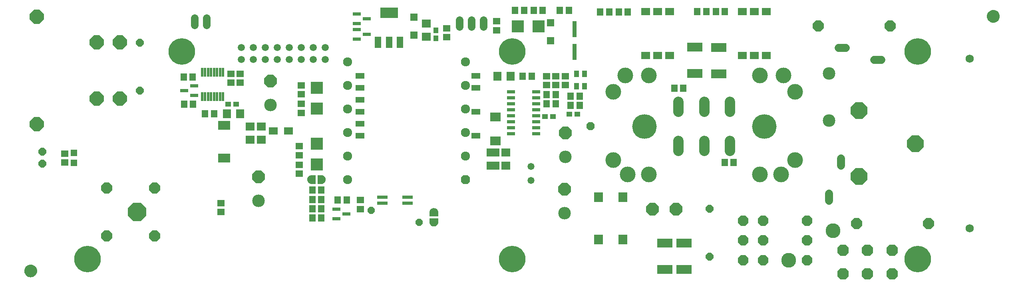
<source format=gts>
G75*
%MOIN*%
%OFA0B0*%
%FSLAX25Y25*%
%IPPOS*%
%LPD*%
%AMOC8*
5,1,8,0,0,1.08239X$1,22.5*
%
%ADD10C,0.13098*%
%ADD11C,0.00500*%
%ADD12OC8,0.09350*%
%ADD13C,0.10500*%
%ADD14C,0.06500*%
%ADD15OC8,0.06500*%
%ADD16R,0.07193X0.05106*%
%ADD17R,0.13098X0.07587*%
%ADD18R,0.05618X0.06406*%
%ADD19R,0.07508X0.06484*%
%ADD20OC8,0.10500*%
%ADD21R,0.07193X0.07980*%
%ADD22C,0.05815*%
%ADD23OC8,0.08768*%
%ADD24C,0.07587*%
%ADD25OC8,0.07587*%
%ADD26C,0.12311*%
%ADD27C,0.06799*%
%ADD28OC8,0.13886*%
%ADD29OC8,0.11768*%
%ADD30C,0.20500*%
%ADD31OC8,0.09100*%
%ADD32OC8,0.15500*%
%ADD33C,0.08750*%
%ADD34R,0.01900X0.07600*%
%ADD35R,0.04831X0.04437*%
%ADD36R,0.06406X0.05618*%
%ADD37C,0.06406*%
%ADD38R,0.06012X0.06012*%
%ADD39R,0.05299X0.09299*%
%ADD40R,0.14673X0.09161*%
%ADD41R,0.06799X0.07587*%
%ADD42R,0.07587X0.06799*%
%ADD43R,0.04437X0.04831*%
%ADD44C,0.05900*%
%ADD45OC8,0.06996*%
%ADD46R,0.10343X0.07587*%
%ADD47R,0.09949X0.09949*%
%ADD48OC8,0.05900*%
%ADD49R,0.09161X0.02862*%
%ADD50R,0.05224X0.05224*%
%ADD51R,0.09161X0.07587*%
%ADD52R,0.11130X0.06799*%
%ADD53R,0.06600X0.02900*%
%ADD54R,0.04437X0.05224*%
%ADD55R,0.07598X0.06799*%
%ADD56R,0.06799X0.07598*%
%ADD57C,0.00100*%
%ADD58R,0.03500X0.13300*%
%ADD59R,0.07390X0.06406*%
%ADD60R,0.06500X0.02700*%
%ADD61OC8,0.06406*%
%ADD62OC8,0.09555*%
%ADD63C,0.22154*%
D10*
X0556731Y0164445D03*
X0568542Y0152634D03*
X0586259Y0152634D03*
X0678778Y0152634D03*
X0696495Y0152634D03*
X0708306Y0164445D03*
X0708306Y0221531D03*
X0698463Y0235311D03*
X0678778Y0235311D03*
X0586259Y0235311D03*
X0566573Y0235311D03*
X0556731Y0221531D03*
D11*
X0068010Y0067595D02*
X0067297Y0068095D01*
X0066680Y0068711D01*
X0066180Y0069425D01*
X0065812Y0070215D01*
X0065586Y0071057D01*
X0065510Y0071925D01*
X0065586Y0072793D01*
X0065812Y0073635D01*
X0066180Y0074425D01*
X0066680Y0075139D01*
X0067297Y0075755D01*
X0068010Y0076255D01*
X0068800Y0076624D01*
X0069642Y0076849D01*
X0070510Y0076925D01*
X0071379Y0076849D01*
X0072221Y0076624D01*
X0073010Y0076255D01*
X0073724Y0075755D01*
X0074341Y0075139D01*
X0074841Y0074425D01*
X0075209Y0073635D01*
X0075435Y0072793D01*
X0075510Y0071925D01*
X0075435Y0071057D01*
X0075209Y0070215D01*
X0074841Y0069425D01*
X0074341Y0068711D01*
X0073724Y0068095D01*
X0073010Y0067595D01*
X0072221Y0067227D01*
X0071379Y0067001D01*
X0070510Y0066925D01*
X0069642Y0067001D01*
X0068800Y0067227D01*
X0068010Y0067595D01*
X0068017Y0067592D02*
X0073004Y0067592D01*
X0073718Y0068090D02*
X0067303Y0068090D01*
X0066803Y0068589D02*
X0074218Y0068589D01*
X0074604Y0069087D02*
X0066417Y0069087D01*
X0066105Y0069586D02*
X0074916Y0069586D01*
X0075148Y0070084D02*
X0065873Y0070084D01*
X0065713Y0070583D02*
X0075308Y0070583D01*
X0075437Y0071081D02*
X0065584Y0071081D01*
X0065541Y0071580D02*
X0075480Y0071580D01*
X0075497Y0072078D02*
X0065524Y0072078D01*
X0065568Y0072577D02*
X0075453Y0072577D01*
X0075359Y0073075D02*
X0065662Y0073075D01*
X0065796Y0073574D02*
X0075225Y0073574D01*
X0075005Y0074072D02*
X0066016Y0074072D01*
X0066282Y0074571D02*
X0074739Y0074571D01*
X0074389Y0075070D02*
X0066632Y0075070D01*
X0067109Y0075568D02*
X0073912Y0075568D01*
X0073280Y0076067D02*
X0067741Y0076067D01*
X0068675Y0076565D02*
X0072346Y0076565D01*
X0071723Y0067093D02*
X0069298Y0067093D01*
X0868962Y0282814D02*
X0868736Y0283655D01*
X0868660Y0284524D01*
X0868736Y0285392D01*
X0868962Y0286234D01*
X0869330Y0287024D01*
X0869830Y0287738D01*
X0870446Y0288354D01*
X0871160Y0288854D01*
X0871950Y0289222D01*
X0872792Y0289448D01*
X0873660Y0289524D01*
X0874528Y0289448D01*
X0875370Y0289222D01*
X0876160Y0288854D01*
X0876874Y0288354D01*
X0877490Y0287738D01*
X0877990Y0287024D01*
X0878359Y0286234D01*
X0878584Y0285392D01*
X0878660Y0284524D01*
X0878584Y0283655D01*
X0878359Y0282814D01*
X0877990Y0282024D01*
X0877490Y0281310D01*
X0876874Y0280693D01*
X0876160Y0280193D01*
X0875370Y0279825D01*
X0874528Y0279600D01*
X0873660Y0279524D01*
X0872792Y0279600D01*
X0871950Y0279825D01*
X0871160Y0280193D01*
X0870446Y0280693D01*
X0869830Y0281310D01*
X0869330Y0282024D01*
X0868962Y0282814D01*
X0868925Y0282949D02*
X0878395Y0282949D01*
X0878528Y0283447D02*
X0868792Y0283447D01*
X0868711Y0283946D02*
X0878610Y0283946D01*
X0878653Y0284444D02*
X0868667Y0284444D01*
X0868697Y0284943D02*
X0878623Y0284943D01*
X0878571Y0285441D02*
X0868749Y0285441D01*
X0868883Y0285940D02*
X0878437Y0285940D01*
X0878263Y0286438D02*
X0869057Y0286438D01*
X0869289Y0286937D02*
X0878031Y0286937D01*
X0877702Y0287435D02*
X0869618Y0287435D01*
X0870026Y0287934D02*
X0877294Y0287934D01*
X0876762Y0288432D02*
X0870558Y0288432D01*
X0871325Y0288931D02*
X0875995Y0288931D01*
X0874597Y0289429D02*
X0872724Y0289429D01*
X0869131Y0282450D02*
X0878189Y0282450D01*
X0877940Y0281952D02*
X0869380Y0281952D01*
X0869729Y0281453D02*
X0877591Y0281453D01*
X0877135Y0280955D02*
X0870185Y0280955D01*
X0870785Y0280456D02*
X0876535Y0280456D01*
X0875654Y0279958D02*
X0871666Y0279958D01*
D12*
X0787449Y0276364D03*
X0727449Y0276364D03*
X0759699Y0111364D03*
X0819699Y0111364D03*
D13*
X0736449Y0197364D03*
X0736449Y0236734D03*
X0516449Y0167114D03*
X0515949Y0120114D03*
X0260699Y0130364D03*
X0270699Y0210364D03*
D14*
X0736449Y0136350D02*
X0736449Y0130350D01*
X0746449Y0159878D02*
X0746449Y0165878D01*
X0774213Y0248114D02*
X0780213Y0248114D01*
X0750686Y0258114D02*
X0744686Y0258114D01*
D15*
X0636949Y0123864D03*
X0636949Y0083864D03*
X0161418Y0222396D03*
X0161418Y0262396D03*
D16*
X0345412Y0234864D03*
X0345412Y0224864D03*
X0345412Y0214864D03*
X0345412Y0204864D03*
X0345412Y0194864D03*
X0345412Y0184864D03*
X0441987Y0184864D03*
X0441987Y0204864D03*
X0441987Y0224864D03*
X0441987Y0234864D03*
D17*
X0624449Y0236841D03*
X0644449Y0236591D03*
X0644449Y0258638D03*
X0624449Y0258888D03*
X0615449Y0095138D03*
X0599699Y0095138D03*
X0599699Y0073091D03*
X0615449Y0073091D03*
D18*
X0649459Y0162364D03*
X0656940Y0162364D03*
X0528440Y0210114D03*
X0520959Y0210114D03*
X0520959Y0217864D03*
X0528440Y0217864D03*
X0508440Y0219114D03*
X0500959Y0219114D03*
X0500959Y0211364D03*
X0508440Y0211364D03*
X0488440Y0234364D03*
X0480959Y0234364D03*
X0607459Y0224364D03*
X0614940Y0224364D03*
X0626709Y0288364D03*
X0634190Y0288364D03*
X0642209Y0288364D03*
X0649690Y0288364D03*
X0568690Y0288114D03*
X0561209Y0288114D03*
X0553190Y0288114D03*
X0545709Y0288114D03*
X0519440Y0289364D03*
X0511959Y0289364D03*
X0497690Y0289364D03*
X0490209Y0289364D03*
X0482190Y0289364D03*
X0474709Y0289364D03*
X0223440Y0203114D03*
X0215959Y0203114D03*
X0205940Y0211114D03*
X0198459Y0211114D03*
X0198209Y0233864D03*
X0205690Y0233864D03*
X0305459Y0139364D03*
X0312940Y0139364D03*
X0312940Y0131614D03*
X0305459Y0131614D03*
X0305459Y0123864D03*
X0312940Y0123864D03*
X0312940Y0116114D03*
X0305459Y0116114D03*
X0326709Y0131114D03*
X0334190Y0131114D03*
D19*
X0583449Y0251827D03*
X0593449Y0251827D03*
X0603449Y0251827D03*
X0664199Y0251827D03*
X0674199Y0251827D03*
X0684199Y0251827D03*
X0684199Y0288402D03*
X0674199Y0288402D03*
X0664199Y0288402D03*
X0603449Y0288402D03*
X0593449Y0288402D03*
X0583449Y0288402D03*
D20*
X0516449Y0187114D03*
X0515949Y0140114D03*
X0589357Y0123614D03*
X0609042Y0123614D03*
X0270699Y0230364D03*
X0260699Y0150364D03*
D21*
X0544410Y0133581D03*
X0564489Y0133581D03*
X0564489Y0098148D03*
X0544410Y0098148D03*
D22*
X0487949Y0147459D03*
X0487949Y0159270D03*
D23*
X0664932Y0113900D03*
X0681467Y0113900D03*
X0718199Y0113900D03*
X0718199Y0097364D03*
X0681467Y0097364D03*
X0664932Y0097364D03*
X0664932Y0080829D03*
X0681467Y0080829D03*
X0718199Y0080829D03*
D24*
X0433412Y0167837D03*
X0433412Y0187522D03*
X0433412Y0207207D03*
X0433412Y0226892D03*
X0433412Y0246577D03*
X0334987Y0246577D03*
X0334987Y0226892D03*
X0334987Y0207207D03*
X0334987Y0187522D03*
X0334987Y0167837D03*
X0334987Y0148152D03*
D25*
X0433412Y0148152D03*
D26*
X0703042Y0080829D03*
X0740050Y0105632D03*
D27*
X0853975Y0107358D03*
X0853975Y0249091D03*
D28*
X0761455Y0205783D03*
X0808699Y0178224D03*
X0761455Y0150665D03*
D29*
X0145038Y0215843D03*
X0125550Y0215843D03*
X0075432Y0194445D03*
X0125550Y0262654D03*
X0145038Y0262654D03*
X0075432Y0284051D03*
D30*
X0582449Y0192614D03*
X0682449Y0192614D03*
D31*
X0174054Y0141138D03*
X0134054Y0141138D03*
X0134054Y0101138D03*
X0174054Y0101138D03*
D32*
X0159093Y0121138D03*
D33*
X0610949Y0172239D02*
X0610949Y0180489D01*
X0632449Y0180489D02*
X0632449Y0172239D01*
X0653949Y0172239D02*
X0653949Y0180489D01*
X0653949Y0204739D02*
X0653949Y0212989D01*
X0632449Y0212989D02*
X0632449Y0204739D01*
X0610949Y0204739D02*
X0610949Y0212989D01*
D34*
X0230963Y0217629D03*
X0228463Y0217629D03*
X0225963Y0217629D03*
X0223463Y0217629D03*
X0220963Y0217629D03*
X0218463Y0217629D03*
X0215963Y0217629D03*
X0213463Y0217629D03*
X0213463Y0237729D03*
X0215963Y0237729D03*
X0218463Y0237729D03*
X0220963Y0237729D03*
X0223463Y0237729D03*
X0225963Y0237729D03*
X0228463Y0237729D03*
X0230963Y0237729D03*
D35*
X0235353Y0211114D03*
X0242046Y0211114D03*
X0499603Y0200864D03*
X0506296Y0200864D03*
X0519853Y0202864D03*
X0526546Y0202864D03*
D36*
X0516449Y0227124D03*
X0508699Y0227124D03*
X0500949Y0227124D03*
X0500949Y0234604D03*
X0508699Y0234604D03*
X0516449Y0234604D03*
X0417699Y0267124D03*
X0417699Y0274604D03*
X0459199Y0272874D03*
X0459199Y0280354D03*
X0296199Y0226854D03*
X0296199Y0219374D03*
X0296199Y0211354D03*
X0296199Y0203874D03*
X0245199Y0229124D03*
X0237449Y0229124D03*
X0237449Y0236604D03*
X0245199Y0236604D03*
X0294449Y0176104D03*
X0294449Y0168624D03*
X0294449Y0160604D03*
X0294449Y0153124D03*
X0345699Y0131104D03*
X0345699Y0123624D03*
X0229308Y0121063D03*
X0229308Y0128543D03*
X0098949Y0162374D03*
X0098949Y0169854D03*
D37*
X0207199Y0277161D02*
X0207199Y0283067D01*
X0217199Y0283067D02*
X0217199Y0277161D01*
X0428199Y0275661D02*
X0428199Y0281567D01*
X0438199Y0281567D02*
X0438199Y0275661D01*
X0448199Y0275661D02*
X0448199Y0281567D01*
D38*
X0504199Y0279094D03*
X0504199Y0264134D03*
X0390199Y0268884D03*
X0390199Y0283844D03*
D39*
X0378548Y0262913D03*
X0369449Y0262913D03*
X0360351Y0262913D03*
D40*
X0369449Y0287315D03*
D41*
X0245211Y0203114D03*
X0234188Y0203114D03*
D42*
X0253699Y0192626D03*
X0262949Y0192626D03*
X0262949Y0181602D03*
X0253699Y0181602D03*
X0400449Y0267352D03*
X0400449Y0278376D03*
D43*
X0408449Y0272711D03*
X0408449Y0266018D03*
D44*
X0316199Y0258614D03*
X0306199Y0258614D03*
X0296199Y0258614D03*
X0286199Y0258614D03*
X0276199Y0258614D03*
X0266199Y0258614D03*
X0256199Y0258614D03*
X0246199Y0258614D03*
X0246199Y0248614D03*
X0256199Y0248614D03*
X0266199Y0248614D03*
X0276199Y0248614D03*
X0286199Y0248614D03*
X0296199Y0248614D03*
X0306199Y0248614D03*
X0316199Y0248614D03*
D45*
X0537699Y0192864D03*
D46*
X0231949Y0193447D03*
X0231949Y0166281D03*
D47*
X0309199Y0160953D03*
X0309199Y0178276D03*
X0309199Y0207453D03*
X0309199Y0224776D03*
X0476788Y0276114D03*
X0494111Y0276114D03*
D48*
X0354449Y0122614D03*
X0394449Y0112614D03*
D49*
X0385079Y0128364D03*
X0385079Y0133364D03*
X0363820Y0133364D03*
X0363820Y0128364D03*
D50*
X0106699Y0162230D03*
X0106699Y0170498D03*
D51*
X0458199Y0180325D03*
X0458199Y0200404D03*
D52*
X0456199Y0170876D03*
X0456199Y0159852D03*
D53*
X0471099Y0186364D03*
X0471099Y0191364D03*
X0471099Y0196364D03*
X0471099Y0201364D03*
X0471099Y0206364D03*
X0471099Y0211364D03*
X0471099Y0216364D03*
X0471099Y0221364D03*
X0492299Y0221364D03*
X0492299Y0216364D03*
X0492299Y0211364D03*
X0492299Y0206364D03*
X0492299Y0201364D03*
X0492299Y0196364D03*
X0492299Y0191364D03*
X0492299Y0186364D03*
D54*
X0525949Y0226246D03*
X0532699Y0226246D03*
X0532699Y0236482D03*
X0525949Y0236482D03*
D55*
X0466949Y0170963D03*
X0466949Y0159766D03*
D56*
X0471048Y0234364D03*
X0459851Y0234364D03*
D57*
X0314711Y0151304D02*
X0314106Y0151627D01*
X0313449Y0151826D01*
X0312766Y0151894D01*
X0309766Y0151894D01*
X0309766Y0144894D01*
X0312766Y0144894D01*
X0313449Y0144961D01*
X0314106Y0145160D01*
X0314711Y0145484D01*
X0315241Y0145919D01*
X0315677Y0146449D01*
X0316000Y0147054D01*
X0316199Y0147711D01*
X0316266Y0148394D01*
X0316199Y0149077D01*
X0316000Y0149733D01*
X0315677Y0150338D01*
X0315241Y0150869D01*
X0314711Y0151304D01*
X0314651Y0151336D02*
X0309766Y0151336D01*
X0309766Y0151434D02*
X0314467Y0151434D01*
X0314283Y0151533D02*
X0309766Y0151533D01*
X0309766Y0151631D02*
X0314093Y0151631D01*
X0313768Y0151730D02*
X0309766Y0151730D01*
X0309766Y0151828D02*
X0313431Y0151828D01*
X0314792Y0151237D02*
X0309766Y0151237D01*
X0309766Y0151139D02*
X0314912Y0151139D01*
X0315032Y0151040D02*
X0309766Y0151040D01*
X0309766Y0150942D02*
X0315152Y0150942D01*
X0315262Y0150843D02*
X0309766Y0150843D01*
X0309766Y0150745D02*
X0315343Y0150745D01*
X0315424Y0150646D02*
X0309766Y0150646D01*
X0309766Y0150548D02*
X0315505Y0150548D01*
X0315586Y0150449D02*
X0309766Y0150449D01*
X0309766Y0150351D02*
X0315666Y0150351D01*
X0315723Y0150252D02*
X0309766Y0150252D01*
X0309766Y0150154D02*
X0315775Y0150154D01*
X0315828Y0150055D02*
X0309766Y0150055D01*
X0309766Y0149956D02*
X0315881Y0149956D01*
X0315933Y0149858D02*
X0309766Y0149858D01*
X0309766Y0149759D02*
X0315986Y0149759D01*
X0316022Y0149661D02*
X0309766Y0149661D01*
X0309766Y0149562D02*
X0316052Y0149562D01*
X0316082Y0149464D02*
X0309766Y0149464D01*
X0309766Y0149365D02*
X0316112Y0149365D01*
X0316141Y0149267D02*
X0309766Y0149267D01*
X0309766Y0149168D02*
X0316171Y0149168D01*
X0316200Y0149070D02*
X0309766Y0149070D01*
X0309766Y0148971D02*
X0316210Y0148971D01*
X0316219Y0148873D02*
X0309766Y0148873D01*
X0309766Y0148774D02*
X0316229Y0148774D01*
X0316239Y0148676D02*
X0309766Y0148676D01*
X0309766Y0148577D02*
X0316248Y0148577D01*
X0316258Y0148479D02*
X0309766Y0148479D01*
X0309766Y0148380D02*
X0316265Y0148380D01*
X0316255Y0148282D02*
X0309766Y0148282D01*
X0309766Y0148183D02*
X0316246Y0148183D01*
X0316236Y0148085D02*
X0309766Y0148085D01*
X0309766Y0147986D02*
X0316226Y0147986D01*
X0316217Y0147888D02*
X0309766Y0147888D01*
X0309766Y0147789D02*
X0316207Y0147789D01*
X0316193Y0147691D02*
X0309766Y0147691D01*
X0309766Y0147592D02*
X0316163Y0147592D01*
X0316133Y0147494D02*
X0309766Y0147494D01*
X0309766Y0147395D02*
X0316103Y0147395D01*
X0316073Y0147297D02*
X0309766Y0147297D01*
X0309766Y0147198D02*
X0316044Y0147198D01*
X0316014Y0147100D02*
X0309766Y0147100D01*
X0309766Y0147001D02*
X0315972Y0147001D01*
X0315919Y0146903D02*
X0309766Y0146903D01*
X0309766Y0146804D02*
X0315866Y0146804D01*
X0315814Y0146706D02*
X0309766Y0146706D01*
X0309766Y0146607D02*
X0315761Y0146607D01*
X0315708Y0146509D02*
X0309766Y0146509D01*
X0309766Y0146410D02*
X0315644Y0146410D01*
X0315564Y0146312D02*
X0309766Y0146312D01*
X0309766Y0146213D02*
X0315483Y0146213D01*
X0315402Y0146115D02*
X0309766Y0146115D01*
X0309766Y0146016D02*
X0315321Y0146016D01*
X0315240Y0145918D02*
X0309766Y0145918D01*
X0309766Y0145819D02*
X0315120Y0145819D01*
X0315000Y0145721D02*
X0309766Y0145721D01*
X0309766Y0145622D02*
X0314880Y0145622D01*
X0314760Y0145523D02*
X0309766Y0145523D01*
X0309766Y0145425D02*
X0314601Y0145425D01*
X0314417Y0145326D02*
X0309766Y0145326D01*
X0309766Y0145228D02*
X0314233Y0145228D01*
X0314005Y0145129D02*
X0309766Y0145129D01*
X0309766Y0145031D02*
X0313680Y0145031D01*
X0313160Y0144932D02*
X0309766Y0144932D01*
X0307766Y0144932D02*
X0304373Y0144932D01*
X0304084Y0144961D02*
X0304766Y0144894D01*
X0307766Y0144894D01*
X0307766Y0151894D01*
X0304766Y0151894D01*
X0304084Y0151826D01*
X0303427Y0151627D01*
X0302822Y0151304D01*
X0302292Y0150869D01*
X0301856Y0150338D01*
X0301533Y0149733D01*
X0301334Y0149077D01*
X0301266Y0148394D01*
X0301334Y0147711D01*
X0301533Y0147054D01*
X0301856Y0146449D01*
X0302292Y0145919D01*
X0302822Y0145484D01*
X0303427Y0145160D01*
X0304084Y0144961D01*
X0303853Y0145031D02*
X0307766Y0145031D01*
X0307766Y0145129D02*
X0303528Y0145129D01*
X0303300Y0145228D02*
X0307766Y0145228D01*
X0307766Y0145326D02*
X0303116Y0145326D01*
X0302932Y0145425D02*
X0307766Y0145425D01*
X0307766Y0145523D02*
X0302773Y0145523D01*
X0302653Y0145622D02*
X0307766Y0145622D01*
X0307766Y0145721D02*
X0302533Y0145721D01*
X0302413Y0145819D02*
X0307766Y0145819D01*
X0307766Y0145918D02*
X0302293Y0145918D01*
X0302212Y0146016D02*
X0307766Y0146016D01*
X0307766Y0146115D02*
X0302131Y0146115D01*
X0302050Y0146213D02*
X0307766Y0146213D01*
X0307766Y0146312D02*
X0301969Y0146312D01*
X0301888Y0146410D02*
X0307766Y0146410D01*
X0307766Y0146509D02*
X0301825Y0146509D01*
X0301772Y0146607D02*
X0307766Y0146607D01*
X0307766Y0146706D02*
X0301719Y0146706D01*
X0301667Y0146804D02*
X0307766Y0146804D01*
X0307766Y0146903D02*
X0301614Y0146903D01*
X0301561Y0147001D02*
X0307766Y0147001D01*
X0307766Y0147100D02*
X0301519Y0147100D01*
X0301489Y0147198D02*
X0307766Y0147198D01*
X0307766Y0147297D02*
X0301459Y0147297D01*
X0301429Y0147395D02*
X0307766Y0147395D01*
X0307766Y0147494D02*
X0301400Y0147494D01*
X0301370Y0147592D02*
X0307766Y0147592D01*
X0307766Y0147691D02*
X0301340Y0147691D01*
X0301326Y0147789D02*
X0307766Y0147789D01*
X0307766Y0147888D02*
X0301316Y0147888D01*
X0301307Y0147986D02*
X0307766Y0147986D01*
X0307766Y0148085D02*
X0301297Y0148085D01*
X0301287Y0148183D02*
X0307766Y0148183D01*
X0307766Y0148282D02*
X0301277Y0148282D01*
X0301268Y0148380D02*
X0307766Y0148380D01*
X0307766Y0148479D02*
X0301275Y0148479D01*
X0301284Y0148577D02*
X0307766Y0148577D01*
X0307766Y0148676D02*
X0301294Y0148676D01*
X0301304Y0148774D02*
X0307766Y0148774D01*
X0307766Y0148873D02*
X0301314Y0148873D01*
X0301323Y0148971D02*
X0307766Y0148971D01*
X0307766Y0149070D02*
X0301333Y0149070D01*
X0301362Y0149168D02*
X0307766Y0149168D01*
X0307766Y0149267D02*
X0301391Y0149267D01*
X0301421Y0149365D02*
X0307766Y0149365D01*
X0307766Y0149464D02*
X0301451Y0149464D01*
X0301481Y0149562D02*
X0307766Y0149562D01*
X0307766Y0149661D02*
X0301511Y0149661D01*
X0301547Y0149759D02*
X0307766Y0149759D01*
X0307766Y0149858D02*
X0301600Y0149858D01*
X0301652Y0149956D02*
X0307766Y0149956D01*
X0307766Y0150055D02*
X0301705Y0150055D01*
X0301758Y0150154D02*
X0307766Y0150154D01*
X0307766Y0150252D02*
X0301810Y0150252D01*
X0301866Y0150351D02*
X0307766Y0150351D01*
X0307766Y0150449D02*
X0301947Y0150449D01*
X0302028Y0150548D02*
X0307766Y0150548D01*
X0307766Y0150646D02*
X0302109Y0150646D01*
X0302190Y0150745D02*
X0307766Y0150745D01*
X0307766Y0150843D02*
X0302271Y0150843D01*
X0302381Y0150942D02*
X0307766Y0150942D01*
X0307766Y0151040D02*
X0302501Y0151040D01*
X0302621Y0151139D02*
X0307766Y0151139D01*
X0307766Y0151237D02*
X0302741Y0151237D01*
X0302881Y0151336D02*
X0307766Y0151336D01*
X0307766Y0151434D02*
X0303066Y0151434D01*
X0303250Y0151533D02*
X0307766Y0151533D01*
X0307766Y0151631D02*
X0303440Y0151631D01*
X0303765Y0151730D02*
X0307766Y0151730D01*
X0307766Y0151828D02*
X0304101Y0151828D01*
X0403338Y0121782D02*
X0410061Y0121782D01*
X0410091Y0121684D02*
X0403308Y0121684D01*
X0403278Y0121585D02*
X0410121Y0121585D01*
X0410132Y0121547D02*
X0409933Y0122204D01*
X0409610Y0122809D01*
X0409174Y0123339D01*
X0408644Y0123774D01*
X0408039Y0124098D01*
X0407382Y0124297D01*
X0406699Y0124364D01*
X0406017Y0124297D01*
X0405360Y0124098D01*
X0404755Y0123774D01*
X0404225Y0123339D01*
X0403789Y0122809D01*
X0403466Y0122204D01*
X0403267Y0121547D01*
X0403199Y0120864D01*
X0403199Y0117864D01*
X0410199Y0117864D01*
X0410199Y0120864D01*
X0410132Y0121547D01*
X0410138Y0121487D02*
X0403261Y0121487D01*
X0403251Y0121388D02*
X0410148Y0121388D01*
X0410158Y0121290D02*
X0403241Y0121290D01*
X0403232Y0121191D02*
X0410167Y0121191D01*
X0410177Y0121093D02*
X0403222Y0121093D01*
X0403212Y0120994D02*
X0410187Y0120994D01*
X0410196Y0120896D02*
X0403203Y0120896D01*
X0403199Y0120797D02*
X0410199Y0120797D01*
X0410199Y0120699D02*
X0403199Y0120699D01*
X0403199Y0120600D02*
X0410199Y0120600D01*
X0410199Y0120502D02*
X0403199Y0120502D01*
X0403199Y0120403D02*
X0410199Y0120403D01*
X0410199Y0120305D02*
X0403199Y0120305D01*
X0403199Y0120206D02*
X0410199Y0120206D01*
X0410199Y0120108D02*
X0403199Y0120108D01*
X0403199Y0120009D02*
X0410199Y0120009D01*
X0410199Y0119911D02*
X0403199Y0119911D01*
X0403199Y0119812D02*
X0410199Y0119812D01*
X0410199Y0119714D02*
X0403199Y0119714D01*
X0403199Y0119615D02*
X0410199Y0119615D01*
X0410199Y0119516D02*
X0403199Y0119516D01*
X0403199Y0119418D02*
X0410199Y0119418D01*
X0410199Y0119319D02*
X0403199Y0119319D01*
X0403199Y0119221D02*
X0410199Y0119221D01*
X0410199Y0119122D02*
X0403199Y0119122D01*
X0403199Y0119024D02*
X0410199Y0119024D01*
X0410199Y0118925D02*
X0403199Y0118925D01*
X0403199Y0118827D02*
X0410199Y0118827D01*
X0410199Y0118728D02*
X0403199Y0118728D01*
X0403199Y0118630D02*
X0410199Y0118630D01*
X0410199Y0118531D02*
X0403199Y0118531D01*
X0403199Y0118433D02*
X0410199Y0118433D01*
X0410199Y0118334D02*
X0403199Y0118334D01*
X0403199Y0118236D02*
X0410199Y0118236D01*
X0410199Y0118137D02*
X0403199Y0118137D01*
X0403199Y0118039D02*
X0410199Y0118039D01*
X0410199Y0117940D02*
X0403199Y0117940D01*
X0403199Y0115864D02*
X0410199Y0115864D01*
X0410199Y0112864D01*
X0410132Y0112181D01*
X0409933Y0111525D01*
X0409610Y0110920D01*
X0409174Y0110389D01*
X0408644Y0109954D01*
X0408039Y0109631D01*
X0407382Y0109431D01*
X0406699Y0109364D01*
X0406017Y0109431D01*
X0405360Y0109631D01*
X0404755Y0109954D01*
X0404225Y0110389D01*
X0403789Y0110920D01*
X0403466Y0111525D01*
X0403267Y0112181D01*
X0403199Y0112864D01*
X0403199Y0115864D01*
X0403199Y0115773D02*
X0410199Y0115773D01*
X0410199Y0115675D02*
X0403199Y0115675D01*
X0403199Y0115576D02*
X0410199Y0115576D01*
X0410199Y0115478D02*
X0403199Y0115478D01*
X0403199Y0115379D02*
X0410199Y0115379D01*
X0410199Y0115281D02*
X0403199Y0115281D01*
X0403199Y0115182D02*
X0410199Y0115182D01*
X0410199Y0115083D02*
X0403199Y0115083D01*
X0403199Y0114985D02*
X0410199Y0114985D01*
X0410199Y0114886D02*
X0403199Y0114886D01*
X0403199Y0114788D02*
X0410199Y0114788D01*
X0410199Y0114689D02*
X0403199Y0114689D01*
X0403199Y0114591D02*
X0410199Y0114591D01*
X0410199Y0114492D02*
X0403199Y0114492D01*
X0403199Y0114394D02*
X0410199Y0114394D01*
X0410199Y0114295D02*
X0403199Y0114295D01*
X0403199Y0114197D02*
X0410199Y0114197D01*
X0410199Y0114098D02*
X0403199Y0114098D01*
X0403199Y0114000D02*
X0410199Y0114000D01*
X0410199Y0113901D02*
X0403199Y0113901D01*
X0403199Y0113803D02*
X0410199Y0113803D01*
X0410199Y0113704D02*
X0403199Y0113704D01*
X0403199Y0113606D02*
X0410199Y0113606D01*
X0410199Y0113507D02*
X0403199Y0113507D01*
X0403199Y0113409D02*
X0410199Y0113409D01*
X0410199Y0113310D02*
X0403199Y0113310D01*
X0403199Y0113212D02*
X0410199Y0113212D01*
X0410199Y0113113D02*
X0403199Y0113113D01*
X0403199Y0113015D02*
X0410199Y0113015D01*
X0410199Y0112916D02*
X0403199Y0112916D01*
X0403204Y0112818D02*
X0410195Y0112818D01*
X0410185Y0112719D02*
X0403214Y0112719D01*
X0403223Y0112621D02*
X0410175Y0112621D01*
X0410166Y0112522D02*
X0403233Y0112522D01*
X0403243Y0112424D02*
X0410156Y0112424D01*
X0410146Y0112325D02*
X0403253Y0112325D01*
X0403262Y0112227D02*
X0410137Y0112227D01*
X0410116Y0112128D02*
X0403283Y0112128D01*
X0403313Y0112030D02*
X0410086Y0112030D01*
X0410056Y0111931D02*
X0403343Y0111931D01*
X0403373Y0111833D02*
X0410026Y0111833D01*
X0409997Y0111734D02*
X0403402Y0111734D01*
X0403432Y0111636D02*
X0409967Y0111636D01*
X0409937Y0111537D02*
X0403462Y0111537D01*
X0403512Y0111439D02*
X0409887Y0111439D01*
X0409834Y0111340D02*
X0403565Y0111340D01*
X0403617Y0111242D02*
X0409782Y0111242D01*
X0409729Y0111143D02*
X0403670Y0111143D01*
X0403723Y0111045D02*
X0409676Y0111045D01*
X0409624Y0110946D02*
X0403775Y0110946D01*
X0403849Y0110848D02*
X0409550Y0110848D01*
X0409470Y0110749D02*
X0403929Y0110749D01*
X0404010Y0110650D02*
X0409389Y0110650D01*
X0409308Y0110552D02*
X0404091Y0110552D01*
X0404172Y0110453D02*
X0409227Y0110453D01*
X0409132Y0110355D02*
X0404266Y0110355D01*
X0404386Y0110256D02*
X0409012Y0110256D01*
X0408892Y0110158D02*
X0404507Y0110158D01*
X0404627Y0110059D02*
X0408772Y0110059D01*
X0408652Y0109961D02*
X0404747Y0109961D01*
X0404926Y0109862D02*
X0408473Y0109862D01*
X0408288Y0109764D02*
X0405111Y0109764D01*
X0405295Y0109665D02*
X0408104Y0109665D01*
X0407829Y0109567D02*
X0405570Y0109567D01*
X0405895Y0109468D02*
X0407504Y0109468D01*
X0406757Y0109370D02*
X0406642Y0109370D01*
X0403368Y0121881D02*
X0410031Y0121881D01*
X0410001Y0121979D02*
X0403398Y0121979D01*
X0403428Y0122078D02*
X0409971Y0122078D01*
X0409941Y0122176D02*
X0403458Y0122176D01*
X0403504Y0122275D02*
X0409895Y0122275D01*
X0409842Y0122373D02*
X0403557Y0122373D01*
X0403609Y0122472D02*
X0409790Y0122472D01*
X0409737Y0122570D02*
X0403662Y0122570D01*
X0403715Y0122669D02*
X0409684Y0122669D01*
X0409632Y0122767D02*
X0403767Y0122767D01*
X0403836Y0122866D02*
X0409563Y0122866D01*
X0409482Y0122964D02*
X0403917Y0122964D01*
X0403998Y0123063D02*
X0409401Y0123063D01*
X0409320Y0123161D02*
X0404079Y0123161D01*
X0404160Y0123260D02*
X0409239Y0123260D01*
X0409151Y0123358D02*
X0404248Y0123358D01*
X0404368Y0123457D02*
X0409031Y0123457D01*
X0408911Y0123555D02*
X0404488Y0123555D01*
X0404608Y0123654D02*
X0408791Y0123654D01*
X0408671Y0123752D02*
X0404728Y0123752D01*
X0404898Y0123851D02*
X0408501Y0123851D01*
X0408316Y0123950D02*
X0405083Y0123950D01*
X0405267Y0124048D02*
X0408132Y0124048D01*
X0407878Y0124147D02*
X0405521Y0124147D01*
X0405846Y0124245D02*
X0407553Y0124245D01*
X0406909Y0124344D02*
X0406490Y0124344D01*
D58*
X0524199Y0254864D03*
X0524199Y0273864D03*
D59*
X0285601Y0188864D03*
X0272802Y0188864D03*
D60*
X0206949Y0218614D03*
X0198449Y0222614D03*
X0206949Y0226614D03*
X0342449Y0265364D03*
X0350949Y0269364D03*
X0342449Y0273364D03*
X0342449Y0278364D03*
X0350949Y0282364D03*
X0342449Y0286364D03*
X0325449Y0123364D03*
X0333949Y0119364D03*
X0325449Y0115364D03*
D61*
X0080353Y0161413D03*
X0080353Y0171413D03*
D62*
X0748199Y0089049D03*
X0768699Y0089049D03*
X0789199Y0089049D03*
X0789199Y0069364D03*
X0768699Y0069364D03*
X0748199Y0069364D03*
D63*
X0810668Y0081768D03*
X0472085Y0081768D03*
X0117755Y0081768D03*
X0196495Y0254996D03*
X0472085Y0254996D03*
X0810668Y0254996D03*
M02*

</source>
